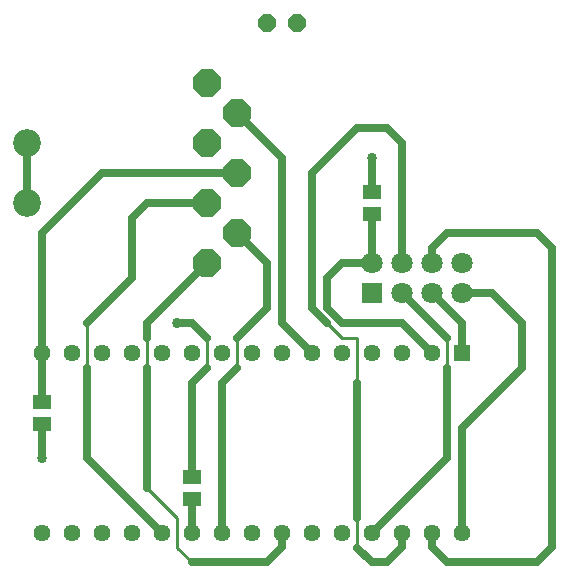
<source format=gbr>
G04 EAGLE Gerber RS-274X export*
G75*
%MOMM*%
%FSLAX34Y34*%
%LPD*%
%INTop Copper*%
%IPPOS*%
%AMOC8*
5,1,8,0,0,1.08239X$1,22.5*%
G01*
%ADD10R,1.440000X1.440000*%
%ADD11C,1.440000*%
%ADD12R,1.500000X1.300000*%
%ADD13P,1.583577X8X22.500000*%
%ADD14R,1.800000X1.800000*%
%ADD15C,1.800000*%
%ADD16P,2.529329X8X292.500000*%
%ADD17C,2.336800*%
%ADD18C,0.635000*%
%ADD19C,0.254000*%
%ADD20C,0.858000*%


D10*
X279400Y215900D03*
D11*
X254000Y215900D03*
X228600Y215900D03*
X203200Y215900D03*
X177800Y215900D03*
X152400Y215900D03*
X127000Y215900D03*
X101600Y215900D03*
X76200Y215900D03*
X50800Y215900D03*
X25400Y215900D03*
X0Y215900D03*
X-25400Y215900D03*
X-50800Y215900D03*
X-76200Y215900D03*
X-76200Y63500D03*
X-50800Y63500D03*
X-25400Y63500D03*
X0Y63500D03*
X25400Y63500D03*
X50800Y63500D03*
X76200Y63500D03*
X101600Y63500D03*
X127000Y63500D03*
X152400Y63500D03*
X177800Y63500D03*
X203200Y63500D03*
X228600Y63500D03*
X254000Y63500D03*
X279400Y63500D03*
D12*
X203200Y352400D03*
X203200Y333400D03*
X-76200Y174600D03*
X-76200Y155600D03*
D13*
X114300Y495300D03*
X139700Y495300D03*
D14*
X203200Y266700D03*
D15*
X279400Y292100D03*
X254000Y292100D03*
X228600Y292100D03*
X203200Y292100D03*
X228600Y266700D03*
X254000Y266700D03*
X279400Y266700D03*
D12*
X50800Y92100D03*
X50800Y111100D03*
D16*
X88900Y317500D03*
X88900Y419100D03*
X63500Y342900D03*
X63500Y393700D03*
X88900Y368300D03*
X63500Y292100D03*
X63500Y444500D03*
D17*
X-88900Y342900D03*
X-88900Y393700D03*
D18*
X-76200Y215900D02*
X-76200Y174600D01*
X-25400Y368300D02*
X88900Y368300D01*
X-76200Y317500D02*
X-76200Y215900D01*
X-76200Y317500D02*
X-25400Y368300D01*
X-88900Y393700D02*
X-88900Y342900D01*
X279400Y266700D02*
X304800Y266700D01*
X279400Y152400D02*
X279400Y63500D01*
X279400Y152400D02*
X330200Y203200D01*
X330200Y241300D01*
X304800Y266700D01*
X254000Y292100D02*
X254000Y304800D01*
X266700Y317500D01*
X342900Y317500D01*
X355600Y304800D01*
X355600Y51435D01*
X342900Y38735D01*
X266700Y38735D01*
X254000Y51435D01*
X254000Y63500D01*
X228600Y292100D02*
X228600Y393700D01*
X215900Y406400D01*
X190500Y406400D01*
D19*
X165100Y241300D02*
X177800Y228600D01*
X190500Y228600D01*
X190500Y190500D01*
D18*
X190500Y76200D01*
D19*
X190500Y50800D01*
D18*
X202565Y38735D01*
X215900Y38735D02*
X228600Y51435D01*
X228600Y63500D01*
X215900Y38735D02*
X202565Y38735D01*
X152400Y368300D02*
X190500Y406400D01*
X152400Y254000D02*
X165100Y241300D01*
X152400Y254000D02*
X152400Y368300D01*
X279400Y241300D02*
X279400Y215900D01*
X279400Y241300D02*
X254000Y266700D01*
X228600Y266700D02*
X266700Y228600D01*
D19*
X266700Y203200D01*
D18*
X266700Y127000D01*
X203200Y63500D01*
D20*
X203200Y381000D03*
D18*
X203200Y352400D01*
D20*
X-76200Y127000D03*
D18*
X-76200Y155600D01*
X203200Y292100D02*
X203200Y333400D01*
X228600Y241300D02*
X254000Y215900D01*
X228600Y241300D02*
X177800Y241300D01*
X165100Y254000D01*
X165100Y279400D01*
X177800Y292100D01*
X203200Y292100D01*
X50800Y190500D02*
X50800Y111100D01*
X50800Y190500D02*
X63500Y203200D01*
D19*
X63500Y228600D01*
D18*
X50800Y241300D01*
D20*
X38100Y241300D03*
D18*
X50800Y241300D01*
X50800Y92100D02*
X50800Y63500D01*
X127000Y63500D02*
X127000Y51435D01*
X114300Y38735D01*
X50800Y38735D01*
D19*
X50165Y38735D01*
X38100Y50800D01*
X38100Y76200D01*
X12700Y101600D01*
D18*
X12700Y203200D01*
D19*
X12700Y228600D01*
D18*
X12700Y241300D01*
X63500Y292100D01*
X127000Y241300D02*
X152400Y215900D01*
X127000Y381000D02*
X88900Y419100D01*
X127000Y381000D02*
X127000Y241300D01*
X76200Y190500D02*
X76200Y63500D01*
X76200Y190500D02*
X88900Y203200D01*
D19*
X88900Y228600D01*
D18*
X114300Y292100D02*
X88900Y317500D01*
X114300Y292100D02*
X114300Y254000D01*
X88900Y228600D01*
X-38100Y127000D02*
X25400Y63500D01*
X-38100Y127000D02*
X-38100Y203200D01*
D19*
X-38100Y241300D01*
D18*
X0Y330200D02*
X12700Y342900D01*
X63500Y342900D01*
X0Y330200D02*
X0Y279400D01*
X-38100Y241300D01*
M02*

</source>
